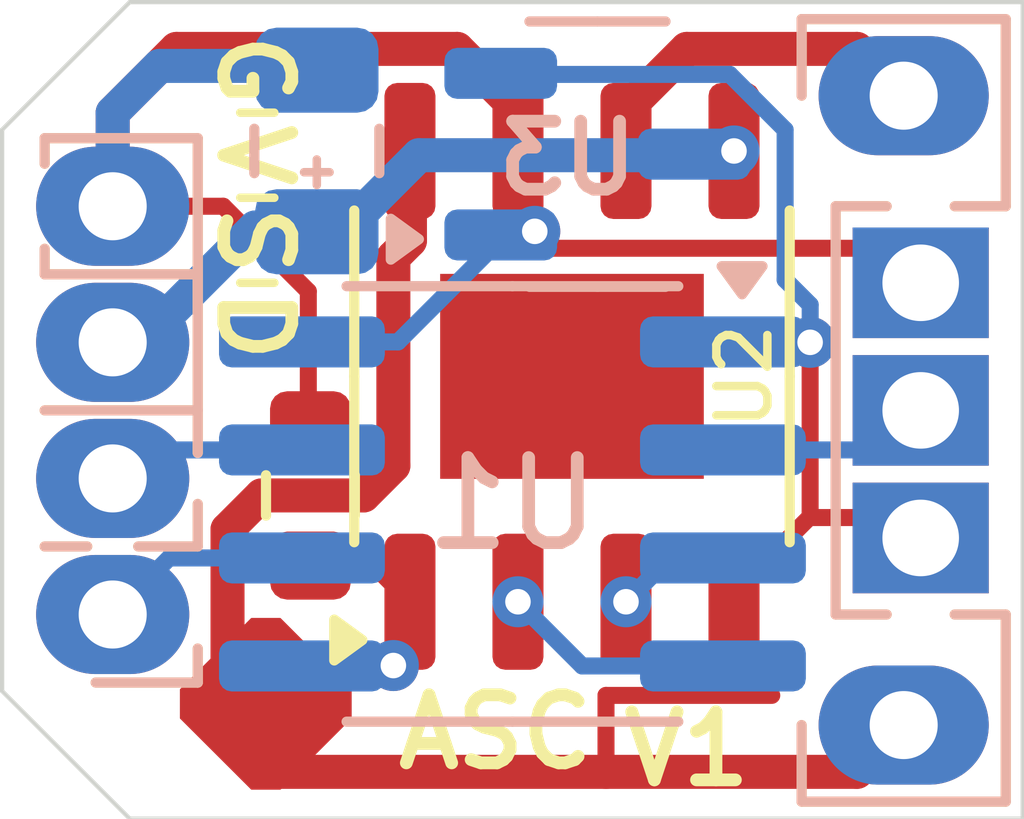
<source format=kicad_pcb>
(kicad_pcb (version 20241229) (generator "pcbnew") (generator_version "9.0")
  (layers (0 "F.Cu" signal) (2 "B.Cu" signal) (13 "F.Paste" user) (15 "B.Paste" user) (5 "F.SilkS" user "F.Silkscreen") (7 "B.SilkS" user "B.Silkscreen") (1 "F.Mask" user) (3 "B.Mask" user) (25 "Edge.Cuts" user))
  (net 0 "")
  (net 1 "VIN")
  (net 2 "GND")
  (net 3 "DIN(PWM)")
  (net 4 "3.3V")
  (net 5 "AFB")
  (net 6 "UPDI")
  (net 7 "Net-(U1-PA2)")
  (net 8 "Net-(U1-PA1)")
  (net 9 "Net-(U1-PA7)")
  (net 11 "Net-(J1-Pin_1)")
  (net 12 "Net-(J1-Pin_5)")
  (footprint "Connector_PinHeader_1.27mm:PinHeader_1x04_P1.27mm_Vertical" (layer "F.Cu") (at 126 110)
    (property "Reference" "J4" (hide yes))
    (property "Value" "Conn_01x04_Pin" (hide yes))
    (fp_line (start -0.5 -3.2) (end 1.3 -3.2) (stroke (width 0.12)) (layer "F.SilkS"))
    (fp_line (start -0.5 -2.9) (end -0.5 -3.2) (stroke (width 0.12)) (layer "F.SilkS"))
    (fp_line (start -0.5 -1.6) (end -0.5 -1.9) (stroke (width 0.12)) (layer "F.SilkS"))
    (fp_line (start -0.5 -1.6) (end 1.3 -1.6) (stroke (width 0.12)) (layer "F.SilkS"))
    (fp_line (start -0.5 0) (end 1.3 0) (stroke (width 0.12)) (layer "F.SilkS"))
    (fp_line (start -0.5 1.6) (end 0.000618 1.6) (stroke (width 0.12)) (layer "F.SilkS"))
    (fp_line (start 0.1 3.2) (end 1.3 3.2) (stroke (width 0.12)) (layer "F.SilkS"))
    (fp_line (start 0.6 1.6) (end 1.3 1.6) (stroke (width 0.12)) (layer "F.SilkS"))
    (fp_line (start 1.3 -3.2) (end 1.3 0.5) (stroke (width 0.12)) (layer "F.SilkS"))
    (fp_line (start 1.3 1.1) (end 1.3 1.6) (stroke (width 0.12)) (layer "F.SilkS"))
    (fp_line (start 1.3 3.2) (end 1.3 2.8) (stroke (width 0.12)) (layer "F.SilkS"))
    (fp_line (start 2.2 -3.5) (end 1.8 -3.5) (stroke (width 0.1)) (layer "F.SilkS"))
    (fp_line (start 2.2 -2.5) (end 1.8 -2.5) (stroke (width 0.1)) (layer "F.SilkS"))
    (fp_line (start 2.2 -1.5) (end 1.8 -1.5) (stroke (width 0.1)) (layer "F.SilkS"))
    (fp_line (start -0.5 -3.2) (end 1.3 -3.2) (stroke (width 0.12)) (layer "B.SilkS"))
    (fp_line (start -0.5 -2.9) (end -0.5 -3.2) (stroke (width 0.12)) (layer "B.SilkS"))
    (fp_line (start -0.5 -1.6) (end -0.5 -1.9) (stroke (width 0.12)) (layer "B.SilkS"))
    (fp_line (start -0.5 -1.6) (end 1.3 -1.6) (stroke (width 0.12)) (layer "B.SilkS"))
    (fp_line (start -0.5 0) (end 1.3 0) (stroke (width 0.12)) (layer "B.SilkS"))
    (fp_line (start -0.5 1.6) (end 0.000618 1.6) (stroke (width 0.12)) (layer "B.SilkS"))
    (fp_line (start 0.1 3.2) (end 1.3 3.2) (stroke (width 0.12)) (layer "B.SilkS"))
    (fp_line (start 0.6 1.6) (end 1.3 1.6) (stroke (width 0.12)) (layer "B.SilkS"))
    (fp_line (start 1.3 -3.2) (end 1.3 0.5) (stroke (width 0.12)) (layer "B.SilkS"))
    (fp_line (start 1.3 1.1) (end 1.3 1.6) (stroke (width 0.12)) (layer "B.SilkS"))
    (fp_line (start 1.3 3.2) (end 1.3 2.8) (stroke (width 0.12)) (layer "B.SilkS"))
    (fp_text user "V" (at 1.5 -3 270) (layer "F.SilkS") (effects (font (size 0.8 0.8) (thickness 0.15) (bold yes)) (justify bottom)))
    (fp_text user "D" (at 1.5 -1 270) (layer "F.SilkS") (effects (font (size 0.8 0.8) (thickness 0.15) (bold yes)) (justify bottom)))
    (fp_text user "S" (at 1.5 -2 270) (layer "F.SilkS") (effects (font (size 0.8 0.8) (thickness 0.15) (bold yes)) (justify bottom)))
    (fp_text user "G" (at 1.5 -4 270) (layer "F.SilkS") (effects (font (size 0.8 0.8) (thickness 0.15) (bold yes)) (justify bottom)))
    (pad "1" thru_hole oval (at 0.3 -2.4) (size 1.8 1.4) (drill 0.8) (layers "*.Cu" "*.Mask") (net 2 "GND"))
    (pad "2" thru_hole oval (at 0.3 -0.8) (size 1.8 1.4) (drill 0.8) (layers "*.Cu" "*.Mask") (net 1 "VIN"))
    (pad "3" thru_hole oval (at 0.3 0.8) (size 1.8 1.4) (drill 0.8) (layers "*.Cu" "*.Mask") (net 3 "DIN(PWM)"))
    (pad "4" thru_hole oval (at 0.3 2.4) (size 1.8 1.4) (drill 0.8) (layers "*.Cu" "*.Mask") (net 6 "UPDI"))
  )
  (footprint "Package_SO:HSOP-8-1EP_3.9x4.9mm_P1.27mm_EP2.41x3.1mm" (layer "F.Cu") (at 131.7 109.6 90)
    (property "Reference" "U2" (at 0 2.025 90) (layer "F.SilkS") (effects (font (size 0.6 0.6) (thickness 0.1) (bold yes))))
    (property "Value" "~" (hide yes))
    (fp_line (start 0 -2.56) (end 1.95 -2.56) (stroke (width 0.12)) (layer "F.SilkS"))
    (fp_line (start 0 -2.56) (end -1.95 -2.56) (stroke (width 0.12)) (layer "F.SilkS"))
    (fp_line (start 0 2.56) (end 1.95 2.56) (stroke (width 0.12)) (layer "F.SilkS"))
    (fp_line (start 0 2.56) (end -1.95 2.56) (stroke (width 0.12)) (layer "F.SilkS"))
    (fp_poly (pts (xy -3.1 -2.465) (xy -3.34 -2.795) (xy -2.86 -2.795) (xy -3.1 -2.465)) (stroke (width 0.12)) (fill yes) (layer "F.SilkS"))
    (pad "1" smd roundrect (at -2.65 -1.905 90) (size 1.6 0.6) (layers "F.Cu" "F.Mask" "F.Paste") (net 7 "Net-(U1-PA2)"))
    (pad "2" smd roundrect (at -2.65 -0.635 90) (size 1.6 0.6) (layers "F.Cu" "F.Mask" "F.Paste") (net 8 "Net-(U1-PA1)"))
    (pad "3" smd roundrect (at -2.65 0.635 90) (size 1.6 0.6) (layers "F.Cu" "F.Mask" "F.Paste") (net 9 "Net-(U1-PA7)"))
    (pad "4" smd roundrect (at -2.65 1.905 90) (size 1.6 0.6) (layers "F.Cu" "F.Mask" "F.Paste") (net 4 "3.3V"))
    (pad "5" smd roundrect (at 2.65 1.905 90) (size 1.6 0.6) (layers "F.Cu" "F.Mask" "F.Paste") (net 1 "VIN"))
    (pad "6" smd roundrect (at 2.65 0.635 90) (size 1.6 0.6) (layers "F.Cu" "F.Mask" "F.Paste") (net 11 "Net-(J1-Pin_1)"))
    (pad "7" smd roundrect (at 2.65 -0.635 90) (size 1.6 0.6) (layers "F.Cu" "F.Mask" "F.Paste") (net 2 "GND"))
    (pad "8" smd roundrect (at 2.65 -1.905 90) (size 1.6 0.6) (layers "F.Cu" "F.Mask" "F.Paste") (net 12 "Net-(J1-Pin_5)"))
    (pad "9" smd rect (at 0 0 90) (size 2.41 3.1) (property pad_prop_heatsink) (layers "F.Cu" "F.Mask"))
  )
  (footprint "Resistor_SMD:R_0603_1608Metric" (layer "F.Cu") (at 128.625 111 90)
    (property "Reference" "R1" (hide yes))
    (property "Value" "550R" (hide yes))
    (fp_line (start -0.237258 -0.5225) (end 0.237258 -0.5225) (stroke (width 0.12)) (layer "F.SilkS"))
    (fp_line (start -0.237258 0.5225) (end 0.237258 0.5225) (stroke (width 0.12)) (layer "F.SilkS"))
    (pad "1" smd roundrect (at -0.825 0 90) (size 0.8 0.95) (layers "F.Cu" "F.Mask" "F.Paste") (net 7 "Net-(U1-PA2)"))
    (pad "2" smd roundrect (at 0.825 0 90) (size 0.8 0.95) (layers "F.Cu" "F.Mask" "F.Paste") (net 2 "GND"))
  )
  (footprint "LOGO" (layer "F.Cu") (at 128.1 113.45)
    (property "Reference" "G***" (hide yes))
    (property "Value" "LOGO" (hide yes))
  )
  (footprint "Connector_PinHeader_1.27mm:PinHeader_1x05_P1.27mm_Vertical" (layer "F.Cu") (at 136 110)
    (property "Reference" "J1" (hide yes))
    (property "Value" "Conn_01x05_Pin" (hide yes))
    (fp_line (start -1.6 -4.6) (end -1.6 -3.7) (stroke (width 0.12)) (layer "F.SilkS"))
    (fp_line (start -1.6 -4.6) (end 0.8 -4.6) (stroke (width 0.12)) (layer "F.SilkS"))
    (fp_line (start -1.6 4.6) (end -1.6 3.7) (stroke (width 0.12)) (layer "F.SilkS"))
    (fp_line (start -1.6 4.6) (end 0.8 4.6) (stroke (width 0.12)) (layer "F.SilkS"))
    (fp_line (start -1.2 -2.4) (end -1.2 2.4) (stroke (width 0.12)) (layer "F.SilkS"))
    (fp_line (start -1.2 -2.4) (end -0.6 -2.4) (stroke (width 0.12)) (layer "F.SilkS"))
    (fp_line (start -1.2 2.4) (end -0.6 2.4) (stroke (width 0.12)) (layer "F.SilkS"))
    (fp_line (start 0.2 -2.4) (end 0.8 -2.4) (stroke (width 0.12)) (layer "F.SilkS"))
    (fp_line (start 0.2 2.4) (end 0.8 2.4) (stroke (width 0.12)) (layer "F.SilkS"))
    (fp_line (start 0.8 -4.6) (end 0.8 -2.4) (stroke (width 0.12)) (layer "F.SilkS"))
    (fp_line (start 0.8 2.4) (end 0.8 4.6) (stroke (width 0.12)) (layer "F.SilkS"))
    (fp_line (start -1.6 -4.6) (end -1.6 -3.7) (stroke (width 0.12)) (layer "B.SilkS"))
    (fp_line (start -1.6 -4.6) (end 0.8 -4.6) (stroke (width 0.12)) (layer "B.SilkS"))
    (fp_line (start -1.6 4.6) (end -1.6 3.7) (stroke (width 0.12)) (layer "B.SilkS"))
    (fp_line (start -1.6 4.6) (end 0.8 4.6) (stroke (width 0.12)) (layer "B.SilkS"))
    (fp_line (start -1.2 -2.4) (end -0.6 -2.4) (stroke (width 0.12)) (layer "B.SilkS"))
    (fp_line (start -1.2 2.4) (end -1.2 -2.4) (stroke (width 0.12)) (layer "B.SilkS"))
    (fp_line (start -1.2 2.4) (end -0.6 2.4) (stroke (width 0.12)) (layer "B.SilkS"))
    (fp_line (start 0.2 -2.4) (end 0.8 -2.4) (stroke (width 0.12)) (layer "B.SilkS"))
    (fp_line (start 0.2 2.4) (end 0.8 2.4) (stroke (width 0.12)) (layer "B.SilkS"))
    (fp_line (start 0.8 -2.4) (end 0.8 -4.6) (stroke (width 0.12)) (layer "B.SilkS"))
    (fp_line (start 0.8 4.6) (end 0.8 2.4) (stroke (width 0.12)) (layer "B.SilkS"))
    (pad "1" thru_hole oval (at -0.4 -3.7) (size 2 1.4) (drill 0.8) (layers "*.Cu" "*.Mask") (net 11 "Net-(J1-Pin_1)"))
    (pad "2" thru_hole rect (at -0.2 -1.5) (size 1.6 1.3) (drill 0.9) (layers "*.Cu" "*.Mask") (net 2 "GND"))
    (pad "3" thru_hole rect (at -0.2 0) (size 1.6 1.3) (drill 0.9) (layers "*.Cu" "*.Mask") (net 5 "AFB"))
    (pad "4" thru_hole rect (at -0.2 1.5) (size 1.6 1.3) (drill 0.9) (layers "*.Cu" "*.Mask") (net 4 "3.3V"))
    (pad "5" thru_hole oval (at -0.4 3.7) (size 2 1.4) (drill 0.8) (layers "*.Cu" "*.Mask") (net 12 "Net-(J1-Pin_5)"))
  )
  (footprint "Package_TO_SOT_SMD:SOT-23-3" (layer "B.Cu") (at 132 106.9875)
    (property "Reference" "U3" (at -0.35 0.05 0) (layer "B.SilkS") (effects (font (size 0.8 0.8)) (justify mirror)))
    (property "Value" "XC6206PxxxMR" (hide yes))
    (fp_line (start -0.8 -1.56) (end 0 -1.56) (stroke (width 0.12)) (layer "B.SilkS"))
    (fp_line (start -0.8 1.56) (end 0 1.56) (stroke (width 0.12)) (layer "B.SilkS"))
    (fp_line (start 0.8 -1.56) (end 0 -1.56) (stroke (width 0.12)) (layer "B.SilkS"))
    (fp_line (start 0.8 1.56) (end 0 1.56) (stroke (width 0.12)) (layer "B.SilkS"))
    (fp_poly (pts (xy -2.1 1) (xy -2.43 0.76) (xy -2.43 1.24) (xy -2.1 1)) (stroke (width 0.12)) (fill yes) (layer "B.SilkS"))
    (pad "1" smd roundrect (at -1.1375 0.95) (size 1.325 0.6) (layers "B.Cu" "B.Mask" "B.Paste") (net 2 "GND"))
    (pad "2" smd roundrect (at -1.1375 -0.95) (size 1.325 0.6) (layers "B.Cu" "B.Mask" "B.Paste") (net 4 "3.3V"))
    (pad "3" smd roundrect (at 1.1375 0) (size 1.325 0.6) (layers "B.Cu" "B.Mask" "B.Paste") (net 1 "VIN"))
  )
  (footprint "Package_SO:SOIC-8_3.9x4.9mm_P1.27mm" (layer "B.Cu") (at 131 111.1 180)
    (property "Reference" "U1" (at 0 0 180) (layer "B.SilkS") (effects (justify mirror)))
    (property "Value" "ATtiny412-SS" (hide yes))
    (fp_line (start 1.95 2.56) (end 0 2.56) (stroke (width 0.12)) (layer "B.SilkS"))
    (fp_line (start 1.95 -2.56) (end 0 -2.56) (stroke (width 0.12)) (layer "B.SilkS"))
    (fp_line (start -1.95 2.56) (end 0 2.56) (stroke (width 0.12)) (layer "B.SilkS"))
    (fp_line (start -1.95 -2.56) (end 0 -2.56) (stroke (width 0.12)) (layer "B.SilkS"))
    (fp_poly (pts (xy -2.7 2.465) (xy -2.94 2.795) (xy -2.46 2.795) (xy -2.7 2.465)) (stroke (width 0.12)) (fill yes) (layer "B.SilkS"))
    (pad "1" smd roundrect (at -2.475 1.905 180) (size 1.95 0.6) (layers "B.Cu" "B.Mask" "B.Paste") (net 4 "3.3V"))
    (pad "2" smd roundrect (at -2.475 0.635 180) (size 1.95 0.6) (layers "B.Cu" "B.Mask" "B.Paste") (net 5 "AFB"))
    (pad "3" smd roundrect (at -2.475 -0.635 180) (size 1.95 0.6) (layers "B.Cu" "B.Mask" "B.Paste") (net 9 "Net-(U1-PA7)"))
    (pad "4" smd roundrect (at -2.475 -1.905 180) (size 1.95 0.6) (layers "B.Cu" "B.Mask" "B.Paste") (net 8 "Net-(U1-PA1)"))
    (pad "5" smd roundrect (at 2.475 -1.905 180) (size 1.95 0.6) (layers "B.Cu" "B.Mask" "B.Paste") (net 7 "Net-(U1-PA2)"))
    (pad "6" smd roundrect (at 2.475 -0.635 180) (size 1.95 0.6) (layers "B.Cu" "B.Mask" "B.Paste") (net 6 "UPDI"))
    (pad "7" smd roundrect (at 2.475 0.635 180) (size 1.95 0.6) (layers "B.Cu" "B.Mask" "B.Paste") (net 3 "DIN(PWM)"))
    (pad "8" smd roundrect (at 2.475 1.905 180) (size 1.95 0.6) (layers "B.Cu" "B.Mask" "B.Paste") (net 2 "GND"))
  )
  (footprint "Capacitor_SMD:C_0805_2012Metric" (layer "B.Cu") (at 128.7 106.95 90)
    (property "Reference" "C1" (hide yes))
    (property "Value" "C_Polarized" (hide yes))
    (fp_line (start -0.261252 -0.735) (end 0.261252 -0.735) (stroke (width 0.12)) (layer "B.SilkS"))
    (fp_line (start -0.261252 0.735) (end 0.261252 0.735) (stroke (width 0.12)) (layer "B.SilkS"))
    (pad "1" smd roundrect (at -0.95 0 90) (size 1 1.45) (layers "B.Cu" "B.Mask" "B.Paste") (net 1 "VIN"))
    (pad "2" smd roundrect (at 0.95 0 90) (size 1 1.45) (layers "B.Cu" "B.Mask" "B.Paste") (net 2 "GND"))
  )
  (gr_poly (pts (xy 127.933333 112.45) (xy 128.268333 112.45) (xy 129.1 113.283333) (xy 129.1 113.618333) (xy 128.268333 114.45) (xy 127.933333 114.45) (xy 127.1 113.618333) (xy 127.1 113.283333)) (stroke (width 0.02)) (fill yes) (layer "F.Cu") (net 12))
  (gr_line (start 128.7 107.05) (end 128.7 107.35) (stroke (width 0.1)) (layer "B.SilkS"))
  (gr_line (start 128.55 107.2) (end 128.85 107.2) (stroke (width 0.1)) (layer "B.SilkS"))
  (gr_line (start 137 105.2) (end 137 114.8) (stroke (width 0.05)) (layer "Edge.Cuts"))
  (gr_line (start 126.5 114.8) (end 125 113.3) (stroke (width 0.05)) (layer "Edge.Cuts"))
  (gr_line (start 137 114.8) (end 126.5 114.8) (stroke (width 0.05)) (layer "Edge.Cuts"))
  (gr_line (start 125 113.3) (end 125 106.7) (stroke (width 0.05)) (layer "Edge.Cuts"))
  (gr_line (start 125 106.7) (end 126.5 105.2) (stroke (width 0.05)) (layer "Edge.Cuts"))
  (gr_line (start 126.5 105.2) (end 137 105.2) (stroke (width 0.05)) (layer "Edge.Cuts"))
  (gr_text "V1" (at 133.05 114.45 0) (layer "F.SilkS") (effects (font (size 0.8 0.8) (thickness 0.15) (bold yes)) (justify bottom)))
  (gr_text "ASC" (at 130.8 114.25 0) (layer "F.SilkS") (effects (font (size 0.8 0.8) (thickness 0.15) (bold yes)) (justify bottom)))
  (via (at 133.605 106.95) (size 0.6) (drill 0.3) (layers "F.Cu" "B.Cu") (net 1))
  (segment (start 126.3 109.2) (end 126.8 109.2) (width 0.2) (layer "B.Cu") (net 1))
  (segment (start 126.8 109.2) (end 126.8 109.025) (width 0.4) (layer "B.Cu") (net 1))
  (segment (start 128.7 107.85) (end 129.05 107.85) (width 0.4) (layer "B.Cu") (net 1))
  (segment (start 129.05 107.85) (end 129.9 107) (width 0.4) (layer "B.Cu") (net 1))
  (segment (start 126.8 109.025) (end 127.975 107.85) (width 0.4) (layer "B.Cu") (net 1))
  (segment (start 129.9 107) (end 133.5375 107) (width 0.4) (layer "B.Cu") (net 1))
  (segment (start 127.975 107.85) (end 128.7 107.85) (width 0.4) (layer "B.Cu") (net 1))
  (segment (start 126.3 106.5) (end 126.3 107.6) (width 0.4) (layer "F.Cu") (net 2))
  (segment (start 127.6 107.6) (end 126.3 107.6) (width 0.2) (layer "F.Cu") (net 2))
  (segment (start 128.6 110.175) (end 128.6 108.6) (width 0.2) (layer "F.Cu") (net 2))
  (segment (start 131.065 107.697498) (end 131.065 106.665) (width 0.2) (layer "F.Cu") (net 2))
  (segment (start 128.6 108.6) (end 127.6 107.6) (width 0.2) (layer "F.Cu") (net 2))
  (segment (start 127.05 105.75) (end 126.3 106.5) (width 0.4) (layer "F.Cu") (net 2))
  (segment (start 127.05 105.75) (end 130.35 105.75) (width 0.4) (layer "F.Cu") (net 2))
  (segment (start 131.065 106.465) (end 131.065 106.665) (width 0.4) (layer "F.Cu") (net 2))
  (segment (start 130.35 105.75) (end 131.065 106.465) (width 0.4) (layer "F.Cu") (net 2))
  (segment (start 135.394 108.094) (end 135.8 108.5) (width 0.2) (layer "F.Cu") (net 2))
  (segment (start 131.2625 107.894998) (end 131.065 107.697498) (width 0.2) (layer "F.Cu") (net 2))
  (segment (start 131.461502 108.094) (end 135.394 108.094) (width 0.2) (layer "F.Cu") (net 2))
  (segment (start 131.2625 107.894998) (end 131.461502 108.094) (width 0.2) (layer "F.Cu") (net 2))
  (via (at 131.2625 107.894998) (size 0.6) (drill 0.3) (layers "F.Cu" "B.Cu") (net 2))
  (segment (start 129.655 109.195) (end 128.525 109.195) (width 0.2) (layer "B.Cu") (net 2))
  (segment (start 126.3 106.5) (end 126.3 107.6) (width 0.4) (layer "B.Cu") (net 2))
  (segment (start 131.2625 107.894998) (end 131.2625 108.05) (width 0.2) (layer "B.Cu") (net 2))
  (segment (start 128.7 105.95) (end 126.85 105.95) (width 0.4) (layer "B.Cu") (net 2))
  (segment (start 130.8625 107.95) (end 130.8625 107.9875) (width 0.2) (layer "B.Cu") (net 2))
  (segment (start 130.8625 107.9875) (end 129.655 109.195) (width 0.2) (layer "B.Cu") (net 2))
  (segment (start 126.85 105.95) (end 126.3 106.5) (width 0.4) (layer "B.Cu") (net 2))
  (segment (start 126.635 110.465) (end 126.3 110.8) (width 0.2) (layer "B.Cu") (net 3))
  (segment (start 128.525 110.465) (end 126.635 110.465) (width 0.2) (layer "B.Cu") (net 3))
  (segment (start 133.605 112.145) (end 133.605 112.25) (width 0.2) (layer "F.Cu") (net 4))
  (segment (start 134.5 111.25) (end 134.49 111.26) (width 0.2) (layer "F.Cu") (net 4))
  (segment (start 134.5 109.2) (end 134.5 111.25) (width 0.2) (layer "F.Cu") (net 4))
  (segment (start 134.49 111.26) (end 133.605 112.145) (width 0.2) (layer "F.Cu") (net 4))
  (segment (start 136 111.26) (end 134.49 111.26) (width 0.2) (layer "F.Cu") (net 4))
  (via (at 134.5 109.2) (size 0.6) (drill 0.3) (layers "F.Cu" "B.Cu") (net 4))
  (segment (start 134.206 106.701057) (end 133.554943 106.05) (width 0.2) (layer "B.Cu") (net 4))
  (segment (start 133.554943 106.05) (end 130.8625 106.05) (width 0.2) (layer "B.Cu") (net 4))
  (segment (start 133.493936 109.176064) (end 133.475 109.195) (width 0.2) (layer "B.Cu") (net 4))
  (segment (start 134.206 108.464) (end 134.206 106.701057) (width 0.2) (layer "B.Cu") (net 4))
  (segment (start 134.500678 108.758678) (end 134.500678 109.199322) (width 0.2) (layer "B.Cu") (net 4))
  (segment (start 134.500678 108.758678) (end 134.206 108.464) (width 0.2) (layer "B.Cu") (net 4))
  (segment (start 134.500678 109.199322) (end 134.5 109.2) (width 0.2) (layer "B.Cu") (net 4))
  (segment (start 135.335 110.465) (end 135.8 110) (width 0.2) (layer "B.Cu") (net 5))
  (segment (start 133.475 110.465) (end 135.335 110.465) (width 0.2) (layer "B.Cu") (net 5))
  (segment (start 128.525 111.735) (end 126.965 111.735) (width 0.2) (layer "B.Cu") (net 6))
  (segment (start 126.965 111.735) (end 126.3 112.4) (width 0.2) (layer "B.Cu") (net 6))
  (segment (start 129.37 111.825) (end 129.795 112.25) (width 0.2) (layer "F.Cu") (net 7))
  (segment (start 128.6 111.825) (end 129.37 111.825) (width 0.2) (layer "F.Cu") (net 7))
  (via (at 129.6 113) (size 0.6) (drill 0.3) (layers "F.Cu" "B.Cu") (net 7))
  (via (at 131.065 112.25) (size 0.6) (drill 0.3) (layers "F.Cu" "B.Cu") (net 8))
  (segment (start 131.82 113.005) (end 133.475 113.005) (width 0.2) (layer "B.Cu") (net 8))
  (segment (start 131.065 112.25) (end 131.82 113.005) (width 0.2) (layer "B.Cu") (net 8))
  (via (at 132.335 112.25) (size 0.6) (drill 0.3) (layers "F.Cu" "B.Cu") (net 9))
  (segment (start 132.85 111.735) (end 132.335 112.25) (width 0.2) (layer "B.Cu") (net 9))
  (segment (start 133.475 111.735) (end 132.85 111.735) (width 0.2) (layer "B.Cu") (net 9))
  (segment (start 135.05 105.75) (end 133.05 105.75) (width 0.4) (layer "F.Cu") (net 11))
  (segment (start 133.05 105.75) (end 132.335 106.465) (width 0.4) (layer "F.Cu") (net 11))
  (segment (start 132.335 106.465) (end 132.335 106.665) (width 0.4) (layer "F.Cu") (net 11))
  (segment (start 135.6 106.3) (end 135.05 105.75) (width 0.4) (layer "F.Cu") (net 11))
  (segment (start 132.335 106.665) (end 132.335 106.95) (width 0.2) (layer "F.Cu") (net 11))
  (segment (start 129.6 110.65) (end 129.25 111) (width 0.4) (layer "F.Cu") (net 12))
  (segment (start 132.1 114.25) (end 135.05 114.25) (width 0.4) (layer "F.Cu") (net 12))
  (segment (start 128.05 111) (end 127.65 111.4) (width 0.4) (layer "F.Cu") (net 12))
  (segment (start 128.25 114.25) (end 132.1 114.25) (width 0.4) (layer "F.Cu") (net 12))
  (segment (start 129.25 111) (end 128.05 111) (width 0.4) (layer "F.Cu") (net 12))
  (segment (start 129.795 108.005) (end 129.6 108.2) (width 0.4) (layer "F.Cu") (net 12))
  (segment (start 129.795 106.95) (end 129.795 108.005) (width 0.4) (layer "F.Cu") (net 12))
  (segment (start 127.65 113.65) (end 128.25 114.25) (width 0.4) (layer "F.Cu") (net 12))
  (segment (start 134.049 113.351) (end 132.1 113.351) (width 0.2) (layer "F.Cu") (net 12))
  (segment (start 135.05 114.25) (end 135.6 113.7) (width 0.4) (layer "F.Cu") (net 12))
  (segment (start 132.1 113.351) (end 132.1 114.25) (width 0.2) (layer "F.Cu") (net 12))
  (segment (start 129.6 108.2) (end 129.6 110.65) (width 0.4) (layer "F.Cu") (net 12))
  (segment (start 127.65 111.4) (end 127.65 113.65) (width 0.4) (layer "F.Cu") (net 12))
)
</source>
